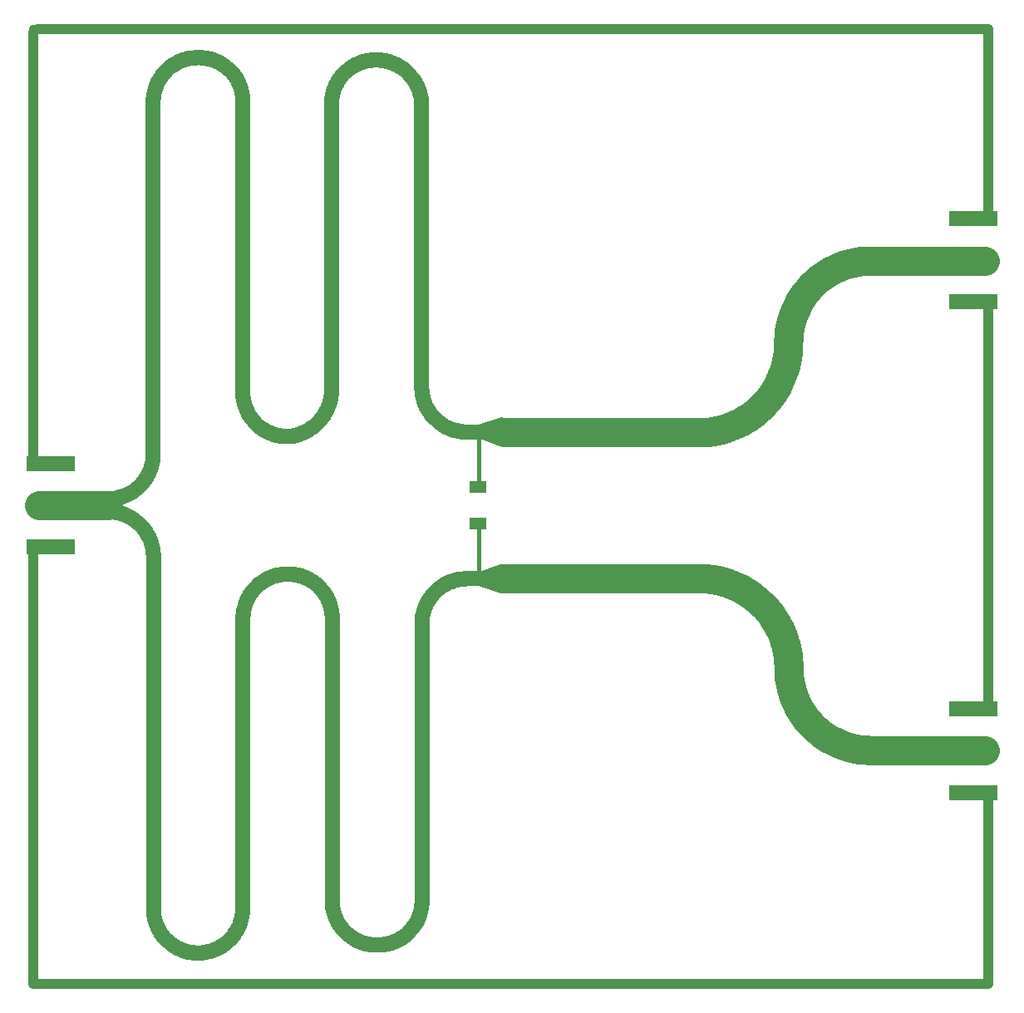
<source format=gbr>
G04 EAGLE Gerber X2 export*
%TF.Part,Single*%
%TF.FileFunction,Copper,L1,Top,Mixed*%
%TF.FilePolarity,Positive*%
%TF.GenerationSoftware,Autodesk,EAGLE,8.7.1*%
%TF.CreationDate,2018-04-02T22:08:27Z*%
G75*
%MOMM*%
%FSLAX34Y34*%
%LPD*%
%AMOC8*
5,1,8,0,0,1.08239X$1,22.5*%
G01*
%ADD10R,1.803400X1.295400*%
%ADD11R,2.362200X1.498600*%
%ADD12R,4.902200X1.600200*%
%ADD13C,2.984500*%
%ADD14C,1.536700*%
%ADD15C,0.381000*%
%ADD16C,0.914400*%
%ADD17C,0.254000*%
%ADD18C,1.016000*%

G36*
X490485Y559821D02*
X490485Y559821D01*
X490513Y559818D01*
X490606Y559838D01*
X490699Y559851D01*
X490725Y559864D01*
X490754Y559870D01*
X490835Y559918D01*
X490919Y559961D01*
X490940Y559981D01*
X490965Y559996D01*
X491026Y560068D01*
X491093Y560135D01*
X491106Y560161D01*
X491125Y560183D01*
X491160Y560271D01*
X491202Y560355D01*
X491206Y560384D01*
X491217Y560411D01*
X491235Y560578D01*
X491235Y589026D01*
X491234Y589034D01*
X491235Y589042D01*
X491214Y589156D01*
X491196Y589269D01*
X491192Y589276D01*
X491190Y589284D01*
X491134Y589385D01*
X491080Y589486D01*
X491074Y589492D01*
X491070Y589499D01*
X490986Y589576D01*
X490902Y589656D01*
X490895Y589659D01*
X490888Y589665D01*
X490783Y589711D01*
X490679Y589759D01*
X490671Y589760D01*
X490663Y589763D01*
X490549Y589774D01*
X490435Y589786D01*
X490426Y589784D01*
X490418Y589785D01*
X490253Y589755D01*
X465107Y582135D01*
X465033Y582098D01*
X464955Y582069D01*
X464923Y582044D01*
X464886Y582026D01*
X464827Y581968D01*
X464763Y581916D01*
X464741Y581881D01*
X464712Y581853D01*
X464675Y581779D01*
X464630Y581709D01*
X464620Y581669D01*
X464601Y581633D01*
X464590Y581551D01*
X464569Y581470D01*
X464573Y581430D01*
X464567Y581390D01*
X464582Y581308D01*
X464589Y581225D01*
X464604Y581188D01*
X464612Y581148D01*
X464652Y581075D01*
X464685Y580999D01*
X464718Y580957D01*
X464732Y580933D01*
X464753Y580913D01*
X464790Y580868D01*
X464814Y580844D01*
X464567Y569739D01*
X464570Y569720D01*
X464567Y569701D01*
X464587Y569598D01*
X464601Y569495D01*
X464610Y569478D01*
X464613Y569459D01*
X464665Y569369D01*
X464711Y569275D01*
X464725Y569262D01*
X464735Y569245D01*
X464812Y569175D01*
X464886Y569102D01*
X464903Y569094D01*
X464917Y569081D01*
X465068Y569007D01*
X490214Y559863D01*
X490243Y559857D01*
X490269Y559845D01*
X490363Y559834D01*
X490456Y559817D01*
X490485Y559821D01*
G37*
G36*
X489739Y410975D02*
X489739Y410975D01*
X489751Y410974D01*
X489859Y410997D01*
X489968Y411017D01*
X489979Y411023D01*
X489992Y411026D01*
X490087Y411083D01*
X490183Y411136D01*
X490192Y411146D01*
X490203Y411152D01*
X490275Y411236D01*
X490349Y411318D01*
X490355Y411329D01*
X490363Y411339D01*
X490404Y411442D01*
X490449Y411543D01*
X490450Y411555D01*
X490455Y411567D01*
X490473Y411734D01*
X490473Y439674D01*
X490470Y439694D01*
X490472Y439714D01*
X490450Y439815D01*
X490434Y439917D01*
X490424Y439934D01*
X490420Y439954D01*
X490367Y440043D01*
X490318Y440134D01*
X490304Y440148D01*
X490294Y440165D01*
X490215Y440232D01*
X490140Y440304D01*
X490122Y440312D01*
X490107Y440325D01*
X490011Y440364D01*
X489917Y440407D01*
X489897Y440409D01*
X489879Y440417D01*
X489775Y440423D01*
X489673Y440434D01*
X489653Y440430D01*
X489633Y440431D01*
X489469Y440395D01*
X487880Y439861D01*
X487880Y439860D01*
X485620Y439099D01*
X476577Y436054D01*
X474316Y435293D01*
X465274Y432248D01*
X464577Y432013D01*
X464538Y431993D01*
X464496Y431981D01*
X464430Y431936D01*
X464360Y431898D01*
X464329Y431866D01*
X464293Y431841D01*
X464245Y431778D01*
X464190Y431720D01*
X464172Y431680D01*
X464145Y431645D01*
X464120Y431569D01*
X464087Y431497D01*
X464082Y431453D01*
X464068Y431411D01*
X464061Y431267D01*
X464060Y431252D01*
X464061Y431249D01*
X464060Y431244D01*
X464822Y419306D01*
X464823Y419303D01*
X464823Y419300D01*
X464850Y419186D01*
X464877Y419066D01*
X464879Y419064D01*
X464879Y419061D01*
X464943Y418958D01*
X465006Y418856D01*
X465008Y418855D01*
X465009Y418852D01*
X465105Y418774D01*
X465195Y418699D01*
X465197Y418698D01*
X465199Y418696D01*
X465353Y418628D01*
X489483Y411008D01*
X489495Y411006D01*
X489507Y411001D01*
X489617Y410989D01*
X489726Y410973D01*
X489739Y410975D01*
G37*
D10*
X465406Y481548D03*
X465660Y518886D03*
D11*
X18342Y500190D03*
D12*
X30191Y457645D03*
X30191Y542735D03*
D11*
X981458Y750000D03*
D12*
X969609Y792545D03*
X969609Y707455D03*
D11*
X981458Y250300D03*
D12*
X969609Y292845D03*
X969609Y207755D03*
D13*
X88690Y500190D02*
X18342Y500190D01*
X88690Y500190D02*
X89000Y500500D01*
D14*
X88690Y500190D02*
X88710Y506794D01*
X89819Y506807D01*
X90928Y506848D01*
X92035Y506915D01*
X93141Y507008D01*
X94244Y507129D01*
X95343Y507276D01*
X96439Y507449D01*
X97531Y507649D01*
X98617Y507876D01*
X99697Y508128D01*
X100771Y508407D01*
X101838Y508711D01*
X102897Y509041D01*
X103948Y509397D01*
X104990Y509777D01*
X106022Y510183D01*
X107045Y510614D01*
X108057Y511069D01*
X109057Y511549D01*
X110045Y512053D01*
X111021Y512580D01*
X111985Y513131D01*
X112934Y513705D01*
X113869Y514302D01*
X114790Y514921D01*
X115695Y515562D01*
X116585Y516225D01*
X117458Y516909D01*
X118315Y517614D01*
X119154Y518340D01*
X119975Y519086D01*
X120779Y519851D01*
X121563Y520635D01*
X122328Y521439D01*
X123074Y522260D01*
X123800Y523099D01*
X124505Y523956D01*
X125189Y524829D01*
X125852Y525719D01*
X126493Y526624D01*
X127112Y527545D01*
X127709Y528480D01*
X128283Y529429D01*
X128834Y530393D01*
X129361Y531369D01*
X129865Y532357D01*
X130345Y533357D01*
X130800Y534369D01*
X131231Y535392D01*
X131637Y536424D01*
X132017Y537466D01*
X132373Y538517D01*
X132703Y539576D01*
X133007Y540643D01*
X133286Y541717D01*
X133538Y542797D01*
X133765Y543883D01*
X133965Y544975D01*
X134138Y546071D01*
X134285Y547170D01*
X134406Y548273D01*
X134499Y549379D01*
X134566Y550486D01*
X134607Y551595D01*
X134620Y552704D01*
X134620Y911098D01*
X134633Y912190D01*
X134673Y913282D01*
X134739Y914373D01*
X134831Y915462D01*
X134950Y916548D01*
X135094Y917631D01*
X135265Y918710D01*
X135462Y919784D01*
X135685Y920854D01*
X135934Y921918D01*
X136208Y922976D01*
X136508Y924026D01*
X136833Y925069D01*
X137183Y926104D01*
X137558Y927130D01*
X137958Y928147D01*
X138382Y929154D01*
X138830Y930150D01*
X139303Y931136D01*
X139799Y932109D01*
X140318Y933070D01*
X140861Y934019D01*
X141426Y934954D01*
X142014Y935875D01*
X142623Y936781D01*
X143255Y937673D01*
X143908Y938549D01*
X144581Y939409D01*
X145276Y940253D01*
X145990Y941079D01*
X146725Y941888D01*
X147478Y942679D01*
X148251Y943452D01*
X149042Y944205D01*
X149851Y944940D01*
X150677Y945654D01*
X151521Y946349D01*
X152381Y947022D01*
X153257Y947675D01*
X154149Y948307D01*
X155055Y948916D01*
X155976Y949504D01*
X156911Y950069D01*
X157860Y950612D01*
X158821Y951131D01*
X159794Y951627D01*
X160780Y952100D01*
X161776Y952548D01*
X162783Y952972D01*
X163800Y953372D01*
X164826Y953747D01*
X165861Y954097D01*
X166904Y954422D01*
X167954Y954722D01*
X169012Y954996D01*
X170076Y955245D01*
X171146Y955468D01*
X172220Y955665D01*
X173299Y955836D01*
X174382Y955980D01*
X175468Y956099D01*
X176557Y956191D01*
X177648Y956257D01*
X178740Y956297D01*
X179832Y956310D01*
X180594Y956310D01*
X179832Y956310D02*
X180920Y956337D01*
X182009Y956338D01*
X183097Y956312D01*
X184184Y956259D01*
X185270Y956179D01*
X186353Y956073D01*
X187434Y955940D01*
X188511Y955781D01*
X189583Y955595D01*
X190651Y955383D01*
X191713Y955145D01*
X192769Y954881D01*
X193819Y954591D01*
X194861Y954276D01*
X195894Y953934D01*
X196919Y953568D01*
X197935Y953177D01*
X198941Y952761D01*
X199937Y952320D01*
X200921Y951855D01*
X201893Y951366D01*
X202854Y950853D01*
X203801Y950317D01*
X204735Y949758D01*
X205655Y949176D01*
X206560Y948571D01*
X207451Y947945D01*
X208325Y947297D01*
X209184Y946627D01*
X210025Y945937D01*
X210850Y945226D01*
X211657Y944496D01*
X212446Y943745D01*
X213216Y942976D01*
X213967Y942188D01*
X214698Y941382D01*
X215409Y940558D01*
X216100Y939716D01*
X216770Y938859D01*
X217419Y937984D01*
X218046Y937095D01*
X218652Y936190D01*
X219234Y935270D01*
X219794Y934337D01*
X220331Y933390D01*
X220845Y932430D01*
X221335Y931458D01*
X221801Y930474D01*
X222242Y929479D01*
X222659Y928474D01*
X223051Y927458D01*
X223418Y926433D01*
X223760Y925400D01*
X224077Y924358D01*
X224368Y923309D01*
X224633Y922253D01*
X224871Y921191D01*
X225084Y920124D01*
X225271Y919051D01*
X225431Y917974D01*
X225565Y916894D01*
X225672Y915811D01*
X225752Y914725D01*
X225806Y913638D01*
X225806Y617474D01*
D15*
X465660Y518886D02*
X465711Y518888D01*
X465762Y518894D01*
X465812Y518903D01*
X465862Y518916D01*
X465910Y518933D01*
X465957Y518954D01*
X466002Y518978D01*
X466045Y519005D01*
X466086Y519035D01*
X466125Y519069D01*
X466161Y519105D01*
X466195Y519144D01*
X466225Y519185D01*
X466252Y519228D01*
X466276Y519273D01*
X466297Y519320D01*
X466314Y519368D01*
X466327Y519418D01*
X466336Y519468D01*
X466342Y519519D01*
X466344Y519570D01*
X465406Y481548D02*
X465371Y481546D01*
X465337Y481541D01*
X465303Y481532D01*
X465271Y481519D01*
X465240Y481504D01*
X465211Y481485D01*
X465184Y481463D01*
X465159Y481438D01*
X465137Y481411D01*
X465118Y481382D01*
X465103Y481351D01*
X465090Y481319D01*
X465081Y481285D01*
X465076Y481251D01*
X465074Y481216D01*
D14*
X316230Y622046D02*
X316302Y620879D01*
X316346Y619710D01*
X316361Y618541D01*
X316348Y617372D01*
X316307Y616203D01*
X316238Y615036D01*
X316140Y613870D01*
X316014Y612708D01*
X315861Y611548D01*
X315679Y610393D01*
X315469Y609243D01*
X315232Y608098D01*
X314967Y606959D01*
X314675Y605827D01*
X314355Y604702D01*
X314008Y603585D01*
X313635Y602477D01*
X313234Y601378D01*
X312808Y600289D01*
X312355Y599211D01*
X311876Y598144D01*
X311372Y597089D01*
X310842Y596047D01*
X310287Y595017D01*
X309707Y594002D01*
X309103Y593000D01*
X308476Y592014D01*
X307824Y591043D01*
X307149Y590088D01*
X306451Y589149D01*
X305731Y588228D01*
X304989Y587324D01*
X304225Y586439D01*
X303440Y585572D01*
X302634Y584725D01*
X301808Y583897D01*
X300962Y583090D01*
X300097Y582303D01*
X299213Y581537D01*
X298311Y580793D01*
X297392Y580071D01*
X296455Y579371D01*
X295501Y578694D01*
X294531Y578040D01*
X293546Y577410D01*
X292546Y576804D01*
X291532Y576223D01*
X290504Y575666D01*
X289462Y575134D01*
X288408Y574627D01*
X287342Y574146D01*
X286265Y573691D01*
X285177Y573262D01*
X284079Y572859D01*
X282972Y572483D01*
X281856Y572134D01*
X280732Y571812D01*
X279600Y571517D01*
X278462Y571250D01*
X277317Y571010D01*
X276167Y570798D01*
X275012Y570614D01*
X273853Y570458D01*
X272691Y570330D01*
X271526Y570230D01*
X270421Y570243D01*
X269317Y570283D01*
X268214Y570350D01*
X267113Y570443D01*
X266015Y570563D01*
X264920Y570710D01*
X263829Y570883D01*
X262742Y571082D01*
X261660Y571307D01*
X260584Y571559D01*
X259515Y571836D01*
X258453Y572139D01*
X257398Y572468D01*
X256351Y572822D01*
X255313Y573201D01*
X254285Y573605D01*
X253267Y574034D01*
X252260Y574488D01*
X251263Y574965D01*
X250279Y575467D01*
X249307Y575992D01*
X248348Y576541D01*
X247402Y577112D01*
X246471Y577707D01*
X245554Y578323D01*
X244652Y578962D01*
X243767Y579622D01*
X242897Y580303D01*
X242044Y581005D01*
X241208Y581728D01*
X240390Y582471D01*
X239590Y583233D01*
X238809Y584014D01*
X238047Y584814D01*
X237304Y585632D01*
X236581Y586468D01*
X235879Y587321D01*
X235198Y588191D01*
X234538Y589076D01*
X233899Y589978D01*
X233283Y590895D01*
X232688Y591826D01*
X232117Y592772D01*
X231568Y593731D01*
X231043Y594703D01*
X230541Y595687D01*
X230064Y596684D01*
X229610Y597691D01*
X229181Y598709D01*
X228777Y599737D01*
X228398Y600775D01*
X228044Y601822D01*
X227715Y602877D01*
X227412Y603939D01*
X227135Y605008D01*
X226883Y606084D01*
X226658Y607166D01*
X226459Y608253D01*
X226286Y609344D01*
X226139Y610439D01*
X226019Y611537D01*
X225926Y612638D01*
X225859Y613741D01*
X225819Y614845D01*
X225806Y615950D01*
X316230Y622046D02*
X316230Y909320D01*
X316230Y908812D02*
X316243Y909904D01*
X316283Y910996D01*
X316349Y912087D01*
X316441Y913176D01*
X316560Y914262D01*
X316704Y915345D01*
X316875Y916424D01*
X317072Y917498D01*
X317295Y918568D01*
X317544Y919632D01*
X317818Y920690D01*
X318118Y921740D01*
X318443Y922783D01*
X318793Y923818D01*
X319168Y924844D01*
X319568Y925861D01*
X319992Y926868D01*
X320440Y927864D01*
X320913Y928850D01*
X321409Y929823D01*
X321928Y930784D01*
X322471Y931733D01*
X323036Y932668D01*
X323624Y933589D01*
X324233Y934495D01*
X324865Y935387D01*
X325518Y936263D01*
X326191Y937123D01*
X326886Y937967D01*
X327600Y938793D01*
X328335Y939602D01*
X329088Y940393D01*
X329861Y941166D01*
X330652Y941919D01*
X331461Y942654D01*
X332287Y943368D01*
X333131Y944063D01*
X333991Y944736D01*
X334867Y945389D01*
X335759Y946021D01*
X336665Y946630D01*
X337586Y947218D01*
X338521Y947783D01*
X339470Y948326D01*
X340431Y948845D01*
X341404Y949341D01*
X342390Y949814D01*
X343386Y950262D01*
X344393Y950686D01*
X345410Y951086D01*
X346436Y951461D01*
X347471Y951811D01*
X348514Y952136D01*
X349564Y952436D01*
X350622Y952710D01*
X351686Y952959D01*
X352756Y953182D01*
X353830Y953379D01*
X354909Y953550D01*
X355992Y953694D01*
X357078Y953813D01*
X358167Y953905D01*
X359258Y953971D01*
X360350Y954011D01*
X361442Y954024D01*
X362568Y954013D01*
X363694Y953976D01*
X364818Y953911D01*
X365941Y953818D01*
X367061Y953699D01*
X368178Y953553D01*
X369291Y953380D01*
X370399Y953180D01*
X371502Y952953D01*
X372600Y952700D01*
X373691Y952420D01*
X374775Y952114D01*
X375851Y951782D01*
X376919Y951424D01*
X377978Y951040D01*
X379027Y950631D01*
X380066Y950196D01*
X381095Y949737D01*
X382112Y949253D01*
X383117Y948744D01*
X384109Y948211D01*
X385088Y947655D01*
X386054Y947075D01*
X387005Y946471D01*
X387941Y945845D01*
X388862Y945197D01*
X389767Y944526D01*
X390656Y943834D01*
X391527Y943121D01*
X392381Y942386D01*
X393217Y941632D01*
X394035Y940857D01*
X394834Y940063D01*
X395613Y939249D01*
X396372Y938417D01*
X397111Y937567D01*
X397829Y936700D01*
X398526Y935815D01*
X399202Y934914D01*
X399855Y933996D01*
X400486Y933063D01*
X401095Y932116D01*
X401680Y931153D01*
X402242Y930177D01*
X402780Y929188D01*
X403294Y928185D01*
X403784Y927171D01*
X404249Y926145D01*
X404689Y925109D01*
X405104Y924061D01*
X405494Y923005D01*
X405857Y921939D01*
X406195Y920864D01*
X406507Y919782D01*
X406793Y918693D01*
X407052Y917596D01*
X407285Y916494D01*
X407491Y915387D01*
X407670Y914275D01*
X407823Y913159D01*
X407948Y912040D01*
X408046Y910918D01*
X408117Y909794D01*
X408161Y908668D01*
X408178Y907542D01*
X408178Y619760D01*
X408178Y620776D02*
X408191Y619671D01*
X408231Y618567D01*
X408298Y617464D01*
X408391Y616363D01*
X408511Y615265D01*
X408658Y614170D01*
X408831Y613079D01*
X409030Y611992D01*
X409255Y610910D01*
X409507Y609834D01*
X409784Y608765D01*
X410087Y607703D01*
X410416Y606648D01*
X410770Y605601D01*
X411149Y604563D01*
X411553Y603535D01*
X411982Y602517D01*
X412436Y601510D01*
X412913Y600513D01*
X413415Y599529D01*
X413940Y598557D01*
X414489Y597598D01*
X415060Y596652D01*
X415655Y595721D01*
X416271Y594804D01*
X416910Y593902D01*
X417570Y593017D01*
X418251Y592147D01*
X418953Y591294D01*
X419676Y590458D01*
X420419Y589640D01*
X421181Y588840D01*
X421962Y588059D01*
X422762Y587297D01*
X423580Y586554D01*
X424416Y585831D01*
X425269Y585129D01*
X426139Y584448D01*
X427024Y583788D01*
X427926Y583149D01*
X428843Y582533D01*
X429774Y581938D01*
X430720Y581367D01*
X431679Y580818D01*
X432651Y580293D01*
X433635Y579791D01*
X434632Y579314D01*
X435639Y578860D01*
X436657Y578431D01*
X437685Y578027D01*
X438723Y577648D01*
X439770Y577294D01*
X440825Y576965D01*
X441887Y576662D01*
X442956Y576385D01*
X444032Y576133D01*
X445114Y575908D01*
X446201Y575709D01*
X447292Y575536D01*
X448387Y575389D01*
X449485Y575269D01*
X450586Y575176D01*
X451689Y575109D01*
X452793Y575069D01*
X453898Y575056D01*
X466598Y575056D01*
X491490Y575056D01*
X491521Y575054D01*
X491551Y575049D01*
X491580Y575039D01*
X491608Y575027D01*
X491634Y575011D01*
X491658Y574992D01*
X491680Y574970D01*
X491699Y574946D01*
X491715Y574920D01*
X491727Y574892D01*
X491737Y574863D01*
X491742Y574833D01*
X491744Y574802D01*
D13*
X689864Y574802D01*
X689895Y574800D01*
X689925Y574795D01*
X689954Y574785D01*
X689982Y574773D01*
X690008Y574757D01*
X690032Y574738D01*
X690054Y574716D01*
X690073Y574692D01*
X690089Y574666D01*
X690101Y574638D01*
X690111Y574609D01*
X690116Y574579D01*
X690118Y574548D01*
X692328Y574575D01*
X694536Y574655D01*
X696741Y574788D01*
X698943Y574975D01*
X701140Y575215D01*
X703330Y575508D01*
X705513Y575853D01*
X707686Y576252D01*
X709849Y576702D01*
X712001Y577205D01*
X714140Y577760D01*
X716265Y578366D01*
X718375Y579023D01*
X720468Y579732D01*
X722543Y580490D01*
X724600Y581299D01*
X726636Y582157D01*
X728651Y583063D01*
X730643Y584019D01*
X732612Y585022D01*
X734556Y586072D01*
X736474Y587169D01*
X738365Y588313D01*
X740228Y589501D01*
X742062Y590734D01*
X743865Y592011D01*
X745637Y593332D01*
X747376Y594695D01*
X749082Y596099D01*
X750754Y597544D01*
X752390Y599029D01*
X753990Y600554D01*
X755552Y602116D01*
X757077Y603716D01*
X758562Y605352D01*
X760007Y607024D01*
X761411Y608730D01*
X762774Y610469D01*
X764095Y612241D01*
X765372Y614044D01*
X766605Y615878D01*
X767793Y617741D01*
X768937Y619632D01*
X770034Y621550D01*
X771084Y623494D01*
X772087Y625463D01*
X773043Y627455D01*
X773949Y629470D01*
X774807Y631506D01*
X775616Y633563D01*
X776374Y635638D01*
X777083Y637731D01*
X777740Y639841D01*
X778346Y641966D01*
X778901Y644105D01*
X779404Y646257D01*
X779854Y648420D01*
X780253Y650593D01*
X780598Y652776D01*
X780891Y654966D01*
X781131Y657163D01*
X781318Y659365D01*
X781451Y661570D01*
X781531Y663778D01*
X781558Y665988D01*
X781582Y668007D01*
X781656Y670025D01*
X781778Y672041D01*
X781948Y674053D01*
X782167Y676061D01*
X782435Y678062D01*
X782751Y680057D01*
X783115Y682043D01*
X783527Y684020D01*
X783986Y685987D01*
X784493Y687941D01*
X785047Y689883D01*
X785648Y691811D01*
X786295Y693724D01*
X786988Y695621D01*
X787727Y697500D01*
X788511Y699361D01*
X789340Y701203D01*
X790213Y703024D01*
X791130Y704823D01*
X792090Y706600D01*
X793093Y708353D01*
X794137Y710081D01*
X795224Y711783D01*
X796351Y713459D01*
X797518Y715107D01*
X798724Y716726D01*
X799970Y718316D01*
X801253Y719875D01*
X802574Y721403D01*
X803931Y722898D01*
X805324Y724360D01*
X806752Y725788D01*
X808214Y727181D01*
X809709Y728538D01*
X811237Y729859D01*
X812796Y731142D01*
X814386Y732388D01*
X816005Y733594D01*
X817653Y734761D01*
X819329Y735888D01*
X821031Y736975D01*
X822759Y738019D01*
X824512Y739022D01*
X826289Y739982D01*
X828088Y740899D01*
X829909Y741772D01*
X831751Y742601D01*
X833612Y743385D01*
X835491Y744124D01*
X837388Y744817D01*
X839301Y745464D01*
X841229Y746065D01*
X843171Y746619D01*
X845125Y747126D01*
X847092Y747585D01*
X849069Y747997D01*
X851055Y748361D01*
X853050Y748677D01*
X855051Y748945D01*
X857059Y749164D01*
X859071Y749334D01*
X861087Y749456D01*
X863105Y749530D01*
X865124Y749554D01*
X981964Y749554D01*
D14*
X134874Y447802D02*
X134861Y448911D01*
X134820Y450020D01*
X134753Y451127D01*
X134660Y452233D01*
X134539Y453336D01*
X134392Y454435D01*
X134219Y455531D01*
X134019Y456623D01*
X133792Y457709D01*
X133540Y458789D01*
X133261Y459863D01*
X132957Y460930D01*
X132627Y461989D01*
X132271Y463040D01*
X131891Y464082D01*
X131485Y465114D01*
X131054Y466137D01*
X130599Y467149D01*
X130119Y468149D01*
X129615Y469137D01*
X129088Y470113D01*
X128537Y471077D01*
X127963Y472026D01*
X127366Y472961D01*
X126747Y473882D01*
X126106Y474787D01*
X125443Y475677D01*
X124759Y476550D01*
X124054Y477407D01*
X123328Y478246D01*
X122582Y479067D01*
X121817Y479871D01*
X121033Y480655D01*
X120229Y481420D01*
X119408Y482166D01*
X118569Y482892D01*
X117712Y483597D01*
X116839Y484281D01*
X115949Y484944D01*
X115044Y485585D01*
X114123Y486204D01*
X113188Y486801D01*
X112239Y487375D01*
X111275Y487926D01*
X110299Y488453D01*
X109311Y488957D01*
X108311Y489437D01*
X107299Y489892D01*
X106276Y490323D01*
X105244Y490729D01*
X104202Y491109D01*
X103151Y491465D01*
X102092Y491795D01*
X101025Y492099D01*
X99951Y492378D01*
X98871Y492630D01*
X97785Y492857D01*
X96693Y493057D01*
X95597Y493230D01*
X94498Y493377D01*
X93395Y493498D01*
X92289Y493591D01*
X91182Y493658D01*
X90073Y493699D01*
X88964Y493712D01*
X134874Y447802D02*
X134874Y89408D01*
X134887Y88316D01*
X134927Y87224D01*
X134993Y86133D01*
X135085Y85044D01*
X135204Y83958D01*
X135348Y82875D01*
X135519Y81796D01*
X135716Y80722D01*
X135939Y79652D01*
X136188Y78588D01*
X136462Y77530D01*
X136762Y76480D01*
X137087Y75437D01*
X137437Y74402D01*
X137812Y73376D01*
X138212Y72359D01*
X138636Y71352D01*
X139084Y70356D01*
X139557Y69370D01*
X140053Y68397D01*
X140572Y67436D01*
X141115Y66487D01*
X141680Y65552D01*
X142268Y64631D01*
X142877Y63725D01*
X143509Y62833D01*
X144162Y61957D01*
X144835Y61097D01*
X145530Y60253D01*
X146244Y59427D01*
X146979Y58618D01*
X147732Y57827D01*
X148505Y57054D01*
X149296Y56301D01*
X150105Y55566D01*
X150931Y54852D01*
X151775Y54157D01*
X152635Y53484D01*
X153511Y52831D01*
X154403Y52199D01*
X155309Y51590D01*
X156230Y51002D01*
X157165Y50437D01*
X158114Y49894D01*
X159075Y49375D01*
X160048Y48879D01*
X161034Y48406D01*
X162030Y47958D01*
X163037Y47534D01*
X164054Y47134D01*
X165080Y46759D01*
X166115Y46409D01*
X167158Y46084D01*
X168208Y45784D01*
X169266Y45510D01*
X170330Y45261D01*
X171400Y45038D01*
X172474Y44841D01*
X173553Y44670D01*
X174636Y44526D01*
X175722Y44407D01*
X176811Y44315D01*
X177902Y44249D01*
X178994Y44209D01*
X180086Y44196D01*
X181191Y44209D01*
X182295Y44249D01*
X183398Y44316D01*
X184499Y44409D01*
X185597Y44529D01*
X186692Y44676D01*
X187783Y44849D01*
X188870Y45048D01*
X189952Y45273D01*
X191028Y45525D01*
X192097Y45802D01*
X193159Y46105D01*
X194214Y46434D01*
X195261Y46788D01*
X196299Y47167D01*
X197327Y47571D01*
X198345Y48000D01*
X199352Y48454D01*
X200349Y48931D01*
X201333Y49433D01*
X202305Y49958D01*
X203264Y50507D01*
X204210Y51078D01*
X205141Y51673D01*
X206058Y52289D01*
X206960Y52928D01*
X207845Y53588D01*
X208715Y54269D01*
X209568Y54971D01*
X210404Y55694D01*
X211222Y56437D01*
X212022Y57199D01*
X212803Y57980D01*
X213565Y58780D01*
X214308Y59598D01*
X215031Y60434D01*
X215733Y61287D01*
X216414Y62157D01*
X217074Y63042D01*
X217713Y63944D01*
X218329Y64861D01*
X218924Y65792D01*
X219495Y66738D01*
X220044Y67697D01*
X220569Y68669D01*
X221071Y69653D01*
X221548Y70650D01*
X222002Y71657D01*
X222431Y72675D01*
X222835Y73703D01*
X223214Y74741D01*
X223568Y75788D01*
X223897Y76843D01*
X224200Y77905D01*
X224477Y78974D01*
X224729Y80050D01*
X224954Y81132D01*
X225153Y82219D01*
X225326Y83310D01*
X225473Y84405D01*
X225593Y85503D01*
X225686Y86604D01*
X225753Y87707D01*
X225793Y88811D01*
X225806Y89916D01*
X225806Y386080D01*
X271780Y430276D02*
X272872Y430263D01*
X273964Y430223D01*
X275055Y430157D01*
X276144Y430065D01*
X277230Y429946D01*
X278313Y429802D01*
X279392Y429631D01*
X280466Y429434D01*
X281536Y429211D01*
X282600Y428962D01*
X283658Y428688D01*
X284708Y428388D01*
X285751Y428063D01*
X286786Y427713D01*
X287812Y427338D01*
X288829Y426938D01*
X289836Y426514D01*
X290832Y426066D01*
X291818Y425593D01*
X292791Y425097D01*
X293752Y424578D01*
X294701Y424035D01*
X295636Y423470D01*
X296557Y422882D01*
X297463Y422273D01*
X298355Y421641D01*
X299231Y420988D01*
X300091Y420315D01*
X300935Y419620D01*
X301761Y418906D01*
X302570Y418171D01*
X303361Y417418D01*
X304134Y416645D01*
X304887Y415854D01*
X305622Y415045D01*
X306336Y414219D01*
X307031Y413375D01*
X307704Y412515D01*
X308357Y411639D01*
X308989Y410747D01*
X309598Y409841D01*
X310186Y408920D01*
X310751Y407985D01*
X311294Y407036D01*
X311813Y406075D01*
X312309Y405102D01*
X312782Y404116D01*
X313230Y403120D01*
X313654Y402113D01*
X314054Y401096D01*
X314429Y400070D01*
X314779Y399035D01*
X315104Y397992D01*
X315404Y396942D01*
X315678Y395884D01*
X315927Y394820D01*
X316150Y393750D01*
X316347Y392676D01*
X316518Y391597D01*
X316662Y390514D01*
X316781Y389428D01*
X316873Y388339D01*
X316939Y387248D01*
X316979Y386156D01*
X316992Y385064D01*
X271780Y430276D02*
X270675Y430263D01*
X269571Y430223D01*
X268468Y430156D01*
X267367Y430063D01*
X266269Y429943D01*
X265174Y429796D01*
X264083Y429623D01*
X262996Y429424D01*
X261914Y429199D01*
X260838Y428947D01*
X259769Y428670D01*
X258707Y428367D01*
X257652Y428038D01*
X256605Y427684D01*
X255567Y427305D01*
X254539Y426901D01*
X253521Y426472D01*
X252514Y426018D01*
X251517Y425541D01*
X250533Y425039D01*
X249561Y424514D01*
X248602Y423965D01*
X247656Y423394D01*
X246725Y422799D01*
X245808Y422183D01*
X244906Y421544D01*
X244021Y420884D01*
X243151Y420203D01*
X242298Y419501D01*
X241462Y418778D01*
X240644Y418035D01*
X239844Y417273D01*
X239063Y416492D01*
X238301Y415692D01*
X237558Y414874D01*
X236835Y414038D01*
X236133Y413185D01*
X235452Y412315D01*
X234792Y411430D01*
X234153Y410528D01*
X233537Y409611D01*
X232942Y408680D01*
X232371Y407734D01*
X231822Y406775D01*
X231297Y405803D01*
X230795Y404819D01*
X230318Y403822D01*
X229864Y402815D01*
X229435Y401797D01*
X229031Y400769D01*
X228652Y399731D01*
X228298Y398684D01*
X227969Y397629D01*
X227666Y396567D01*
X227389Y395498D01*
X227137Y394422D01*
X226912Y393340D01*
X226713Y392253D01*
X226540Y391162D01*
X226393Y390067D01*
X226273Y388969D01*
X226180Y387868D01*
X226113Y386765D01*
X226073Y385661D01*
X226060Y384556D01*
X316992Y385064D02*
X316992Y97790D01*
X316992Y97536D02*
X317005Y96444D01*
X317045Y95352D01*
X317111Y94261D01*
X317203Y93172D01*
X317322Y92086D01*
X317466Y91003D01*
X317637Y89924D01*
X317834Y88850D01*
X318057Y87780D01*
X318306Y86716D01*
X318580Y85658D01*
X318880Y84608D01*
X319205Y83565D01*
X319555Y82530D01*
X319930Y81504D01*
X320330Y80487D01*
X320754Y79480D01*
X321202Y78484D01*
X321675Y77498D01*
X322171Y76525D01*
X322690Y75564D01*
X323233Y74615D01*
X323798Y73680D01*
X324386Y72759D01*
X324995Y71853D01*
X325627Y70961D01*
X326280Y70085D01*
X326953Y69225D01*
X327648Y68381D01*
X328362Y67555D01*
X329097Y66746D01*
X329850Y65955D01*
X330623Y65182D01*
X331414Y64429D01*
X332223Y63694D01*
X333049Y62980D01*
X333893Y62285D01*
X334753Y61612D01*
X335629Y60959D01*
X336521Y60327D01*
X337427Y59718D01*
X338348Y59130D01*
X339283Y58565D01*
X340232Y58022D01*
X341193Y57503D01*
X342166Y57007D01*
X343152Y56534D01*
X344148Y56086D01*
X345155Y55662D01*
X346172Y55262D01*
X347198Y54887D01*
X348233Y54537D01*
X349276Y54212D01*
X350326Y53912D01*
X351384Y53638D01*
X352448Y53389D01*
X353518Y53166D01*
X354592Y52969D01*
X355671Y52798D01*
X356754Y52654D01*
X357840Y52535D01*
X358929Y52443D01*
X360020Y52377D01*
X361112Y52337D01*
X362204Y52324D01*
X363291Y52306D01*
X364378Y52315D01*
X365464Y52350D01*
X366549Y52411D01*
X367632Y52499D01*
X368713Y52612D01*
X369791Y52752D01*
X370865Y52917D01*
X371935Y53109D01*
X373000Y53326D01*
X374059Y53569D01*
X375113Y53838D01*
X376159Y54132D01*
X377198Y54451D01*
X378229Y54795D01*
X379251Y55164D01*
X380264Y55558D01*
X381268Y55976D01*
X382261Y56418D01*
X383243Y56883D01*
X384213Y57373D01*
X385171Y57886D01*
X386117Y58421D01*
X387049Y58980D01*
X387968Y59561D01*
X388872Y60164D01*
X389762Y60788D01*
X390636Y61434D01*
X391494Y62101D01*
X392336Y62788D01*
X393161Y63496D01*
X393969Y64223D01*
X394759Y64969D01*
X395530Y65735D01*
X396283Y66519D01*
X397017Y67320D01*
X397731Y68140D01*
X398426Y68976D01*
X399099Y69829D01*
X399752Y70698D01*
X400384Y71582D01*
X400994Y72481D01*
X401583Y73395D01*
X402149Y74323D01*
X402692Y75264D01*
X403213Y76219D01*
X403710Y77185D01*
X404184Y78163D01*
X404634Y79152D01*
X405060Y80152D01*
X405462Y81162D01*
X405839Y82181D01*
X406192Y83209D01*
X406519Y84246D01*
X406822Y85290D01*
X407099Y86341D01*
X407351Y87398D01*
X407577Y88461D01*
X407777Y89529D01*
X407951Y90602D01*
X408100Y91679D01*
X408222Y92759D01*
X408318Y93841D01*
X408388Y94926D01*
X408432Y96012D01*
X408432Y379730D01*
X408445Y380835D01*
X408485Y381939D01*
X408552Y383042D01*
X408645Y384143D01*
X408765Y385241D01*
X408912Y386336D01*
X409085Y387427D01*
X409284Y388514D01*
X409509Y389596D01*
X409761Y390672D01*
X410038Y391741D01*
X410341Y392803D01*
X410670Y393858D01*
X411024Y394905D01*
X411403Y395943D01*
X411807Y396971D01*
X412236Y397989D01*
X412690Y398996D01*
X413167Y399993D01*
X413669Y400977D01*
X414194Y401949D01*
X414743Y402908D01*
X415314Y403854D01*
X415909Y404785D01*
X416525Y405702D01*
X417164Y406604D01*
X417824Y407489D01*
X418505Y408359D01*
X419207Y409212D01*
X419930Y410048D01*
X420673Y410866D01*
X421435Y411666D01*
X422216Y412447D01*
X423016Y413209D01*
X423834Y413952D01*
X424670Y414675D01*
X425523Y415377D01*
X426393Y416058D01*
X427278Y416718D01*
X428180Y417357D01*
X429097Y417973D01*
X430028Y418568D01*
X430974Y419139D01*
X431933Y419688D01*
X432905Y420213D01*
X433889Y420715D01*
X434886Y421192D01*
X435893Y421646D01*
X436911Y422075D01*
X437939Y422479D01*
X438977Y422858D01*
X440024Y423212D01*
X441079Y423541D01*
X442141Y423844D01*
X443210Y424121D01*
X444286Y424373D01*
X445368Y424598D01*
X446455Y424797D01*
X447546Y424970D01*
X448641Y425117D01*
X449739Y425237D01*
X450840Y425330D01*
X451943Y425397D01*
X453047Y425437D01*
X454152Y425450D01*
X465836Y425450D01*
X491744Y425450D01*
D13*
X491998Y425704D02*
X690118Y425704D01*
X690372Y425958D02*
X692582Y425931D01*
X694790Y425851D01*
X696995Y425718D01*
X699197Y425531D01*
X701394Y425291D01*
X703584Y424998D01*
X705767Y424653D01*
X707940Y424254D01*
X710103Y423804D01*
X712255Y423301D01*
X714394Y422746D01*
X716519Y422140D01*
X718629Y421483D01*
X720722Y420774D01*
X722797Y420016D01*
X724854Y419207D01*
X726890Y418349D01*
X728905Y417443D01*
X730897Y416487D01*
X732866Y415484D01*
X734810Y414434D01*
X736728Y413337D01*
X738619Y412193D01*
X740482Y411005D01*
X742316Y409772D01*
X744119Y408495D01*
X745891Y407174D01*
X747630Y405811D01*
X749336Y404407D01*
X751008Y402962D01*
X752644Y401477D01*
X754244Y399952D01*
X755806Y398390D01*
X757331Y396790D01*
X758816Y395154D01*
X760261Y393482D01*
X761665Y391776D01*
X763028Y390037D01*
X764349Y388265D01*
X765626Y386462D01*
X766859Y384628D01*
X768047Y382765D01*
X769191Y380874D01*
X770288Y378956D01*
X771338Y377012D01*
X772341Y375043D01*
X773297Y373051D01*
X774203Y371036D01*
X775061Y369000D01*
X775870Y366943D01*
X776628Y364868D01*
X777337Y362775D01*
X777994Y360665D01*
X778600Y358540D01*
X779155Y356401D01*
X779658Y354249D01*
X780108Y352086D01*
X780507Y349913D01*
X780852Y347730D01*
X781145Y345540D01*
X781385Y343343D01*
X781572Y341141D01*
X781705Y338936D01*
X781785Y336728D01*
X781812Y334518D01*
X781836Y332499D01*
X781910Y330481D01*
X782032Y328465D01*
X782202Y326453D01*
X782421Y324445D01*
X782689Y322444D01*
X783005Y320449D01*
X783369Y318463D01*
X783781Y316486D01*
X784240Y314519D01*
X784747Y312565D01*
X785301Y310623D01*
X785902Y308695D01*
X786549Y306782D01*
X787242Y304885D01*
X787981Y303006D01*
X788765Y301145D01*
X789594Y299303D01*
X790467Y297482D01*
X791384Y295683D01*
X792344Y293906D01*
X793347Y292153D01*
X794391Y290425D01*
X795478Y288723D01*
X796605Y287047D01*
X797772Y285399D01*
X798978Y283780D01*
X800224Y282190D01*
X801507Y280631D01*
X802828Y279103D01*
X804185Y277608D01*
X805578Y276146D01*
X807006Y274718D01*
X808468Y273325D01*
X809963Y271968D01*
X811491Y270647D01*
X813050Y269364D01*
X814640Y268118D01*
X816259Y266912D01*
X817907Y265745D01*
X819583Y264618D01*
X821285Y263531D01*
X823013Y262487D01*
X824766Y261484D01*
X826543Y260524D01*
X828342Y259607D01*
X830163Y258734D01*
X832005Y257905D01*
X833866Y257121D01*
X835745Y256382D01*
X837642Y255689D01*
X839555Y255042D01*
X841483Y254441D01*
X843425Y253887D01*
X845379Y253380D01*
X847346Y252921D01*
X849323Y252509D01*
X851309Y252145D01*
X853304Y251829D01*
X855305Y251561D01*
X857313Y251342D01*
X859325Y251172D01*
X861341Y251050D01*
X863359Y250976D01*
X865378Y250952D01*
X982218Y250952D01*
D15*
X466598Y519824D02*
X466596Y519765D01*
X466591Y519706D01*
X466581Y519648D01*
X466569Y519591D01*
X466552Y519534D01*
X466532Y519479D01*
X466509Y519425D01*
X466482Y519372D01*
X466452Y519321D01*
X466419Y519273D01*
X466383Y519226D01*
X466344Y519182D01*
X466302Y519140D01*
X466258Y519101D01*
X466211Y519065D01*
X466163Y519032D01*
X466112Y519002D01*
X466059Y518975D01*
X466005Y518952D01*
X465950Y518932D01*
X465893Y518915D01*
X465836Y518903D01*
X465778Y518893D01*
X465719Y518888D01*
X465660Y518886D01*
X466598Y519824D02*
X466598Y575056D01*
X465406Y481548D02*
X465446Y481546D01*
X465485Y481541D01*
X465524Y481532D01*
X465561Y481519D01*
X465598Y481503D01*
X465632Y481484D01*
X465665Y481461D01*
X465696Y481436D01*
X465724Y481408D01*
X465749Y481377D01*
X465772Y481344D01*
X465791Y481310D01*
X465807Y481273D01*
X465820Y481236D01*
X465829Y481197D01*
X465834Y481158D01*
X465836Y481118D01*
X465836Y425450D01*
D16*
X12700Y985520D03*
X12700Y888238D03*
X985520Y499110D03*
X12700Y790956D03*
X12700Y693674D03*
X12700Y596392D03*
X12700Y401828D03*
X12700Y304546D03*
X12700Y207264D03*
X12700Y109982D03*
X12700Y12700D03*
X109982Y12700D03*
X207264Y12700D03*
X304546Y12700D03*
X401828Y12700D03*
X499110Y12700D03*
X596392Y12700D03*
X693674Y12700D03*
X790956Y12700D03*
X888238Y12700D03*
X985520Y12700D03*
X985520Y109982D03*
X985520Y207264D03*
X985520Y304546D03*
X985520Y401828D03*
X985520Y596392D03*
X985520Y693674D03*
X985520Y790956D03*
X985520Y888238D03*
X985520Y985520D03*
X888238Y985520D03*
X790956Y985520D03*
X693674Y985520D03*
X596392Y985520D03*
X499110Y985520D03*
X401828Y985520D03*
X304546Y985520D03*
X207264Y985520D03*
X109982Y985520D03*
D17*
X12700Y985520D02*
X12700Y981710D01*
D18*
X12700Y543560D01*
D17*
X12192Y543052D01*
D18*
X12700Y454406D02*
X12700Y12700D01*
D17*
X12700Y454406D02*
X13462Y455168D01*
D18*
X12700Y12700D02*
X985520Y12700D01*
X985520Y207264D01*
X985520Y304546D02*
X985520Y693674D01*
X985520Y790956D02*
X985520Y985520D01*
X16510Y985520D01*
D17*
X12700Y981710D01*
D18*
X985520Y702818D02*
X985520Y693674D01*
D17*
X985520Y702818D02*
X986282Y703580D01*
D18*
X985520Y304292D02*
X985520Y296164D01*
X985266Y295910D01*
M02*

</source>
